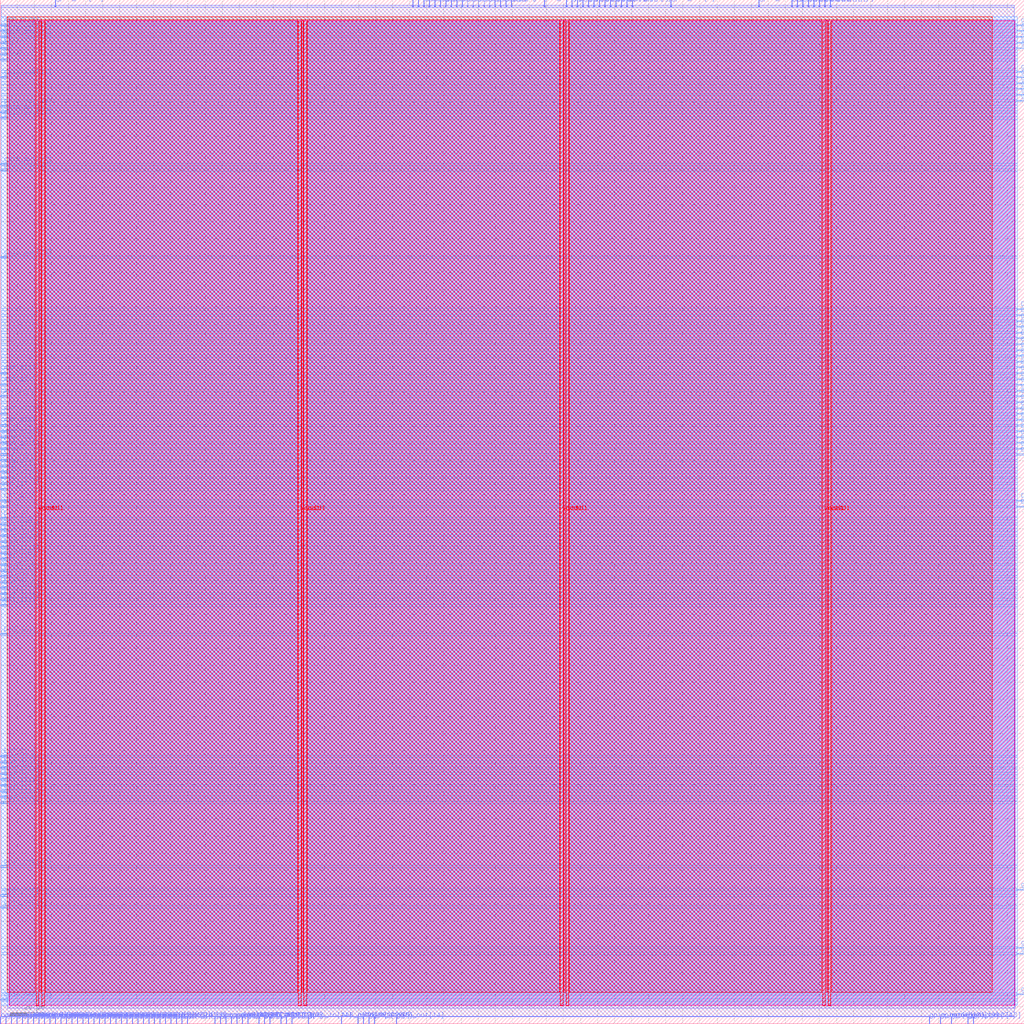
<source format=lef>
VERSION 5.7 ;
  NOWIREEXTENSIONATPIN ON ;
  DIVIDERCHAR "/" ;
  BUSBITCHARS "[]" ;
MACRO team_03
  CLASS BLOCK ;
  FOREIGN team_03 ;
  ORIGIN 0.000 0.000 ;
  SIZE 600.000 BY 600.000 ;
  PIN ACK_I
    DIRECTION INPUT ;
    USE SIGNAL ;
    ANTENNAGATEAREA 0.647700 ;
    ANTENNADIFFAREA 0.434700 ;
    PORT
      LAYER met3 ;
        RECT 0.000 312.840 4.000 313.440 ;
    END
  END ACK_I
  PIN ADR_O[0]
    DIRECTION OUTPUT ;
    USE SIGNAL ;
    ANTENNADIFFAREA 0.445500 ;
    PORT
      LAYER met3 ;
        RECT 0.000 329.840 4.000 330.440 ;
    END
  END ADR_O[0]
  PIN ADR_O[10]
    DIRECTION OUTPUT ;
    USE SIGNAL ;
    ANTENNADIFFAREA 0.445500 ;
    PORT
      LAYER met2 ;
        RECT 260.910 596.000 261.190 600.000 ;
    END
  END ADR_O[10]
  PIN ADR_O[11]
    DIRECTION OUTPUT ;
    USE SIGNAL ;
    ANTENNADIFFAREA 0.445500 ;
    PORT
      LAYER met2 ;
        RECT 251.250 596.000 251.530 600.000 ;
    END
  END ADR_O[11]
  PIN ADR_O[12]
    DIRECTION OUTPUT ;
    USE SIGNAL ;
    ANTENNADIFFAREA 0.445500 ;
    PORT
      LAYER met2 ;
        RECT 264.130 596.000 264.410 600.000 ;
    END
  END ADR_O[12]
  PIN ADR_O[13]
    DIRECTION OUTPUT ;
    USE SIGNAL ;
    ANTENNADIFFAREA 0.445500 ;
    PORT
      LAYER met2 ;
        RECT 254.470 596.000 254.750 600.000 ;
    END
  END ADR_O[13]
  PIN ADR_O[14]
    DIRECTION OUTPUT ;
    USE SIGNAL ;
    ANTENNADIFFAREA 0.445500 ;
    PORT
      LAYER met2 ;
        RECT 267.350 596.000 267.630 600.000 ;
    END
  END ADR_O[14]
  PIN ADR_O[15]
    DIRECTION OUTPUT ;
    USE SIGNAL ;
    ANTENNADIFFAREA 0.445500 ;
    PORT
      LAYER met2 ;
        RECT 257.690 596.000 257.970 600.000 ;
    END
  END ADR_O[15]
  PIN ADR_O[16]
    DIRECTION OUTPUT ;
    USE SIGNAL ;
    ANTENNADIFFAREA 0.445500 ;
    PORT
      LAYER met3 ;
        RECT 0.000 326.440 4.000 327.040 ;
    END
  END ADR_O[16]
  PIN ADR_O[17]
    DIRECTION OUTPUT ;
    USE SIGNAL ;
    ANTENNADIFFAREA 0.445500 ;
    PORT
      LAYER met3 ;
        RECT 0.000 333.240 4.000 333.840 ;
    END
  END ADR_O[17]
  PIN ADR_O[18]
    DIRECTION OUTPUT ;
    USE SIGNAL ;
    ANTENNADIFFAREA 0.445500 ;
    PORT
      LAYER met3 ;
        RECT 0.000 316.240 4.000 316.840 ;
    END
  END ADR_O[18]
  PIN ADR_O[19]
    DIRECTION OUTPUT ;
    USE SIGNAL ;
    ANTENNADIFFAREA 0.445500 ;
    PORT
      LAYER met3 ;
        RECT 0.000 336.640 4.000 337.240 ;
    END
  END ADR_O[19]
  PIN ADR_O[1]
    DIRECTION OUTPUT ;
    USE SIGNAL ;
    ANTENNADIFFAREA 0.445500 ;
    PORT
      LAYER met3 ;
        RECT 0.000 323.040 4.000 323.640 ;
    END
  END ADR_O[1]
  PIN ADR_O[20]
    DIRECTION OUTPUT ;
    USE SIGNAL ;
    ANTENNADIFFAREA 0.445500 ;
    PORT
      LAYER met3 ;
        RECT 0.000 319.640 4.000 320.240 ;
    END
  END ADR_O[20]
  PIN ADR_O[21]
    DIRECTION OUTPUT ;
    USE SIGNAL ;
    ANTENNADIFFAREA 0.445500 ;
    PORT
      LAYER met3 ;
        RECT 0.000 343.440 4.000 344.040 ;
    END
  END ADR_O[21]
  PIN ADR_O[22]
    DIRECTION OUTPUT ;
    USE SIGNAL ;
    ANTENNADIFFAREA 0.445500 ;
    PORT
      LAYER met3 ;
        RECT 0.000 357.040 4.000 357.640 ;
    END
  END ADR_O[22]
  PIN ADR_O[23]
    DIRECTION OUTPUT ;
    USE SIGNAL ;
    ANTENNADIFFAREA 0.445500 ;
    PORT
      LAYER met2 ;
        RECT 241.590 596.000 241.870 600.000 ;
    END
  END ADR_O[23]
  PIN ADR_O[24]
    DIRECTION OUTPUT ;
    USE SIGNAL ;
    ANTENNADIFFAREA 0.445500 ;
    PORT
      LAYER met2 ;
        RECT 299.550 596.000 299.830 600.000 ;
    END
  END ADR_O[24]
  PIN ADR_O[25]
    DIRECTION OUTPUT ;
    USE SIGNAL ;
    ANTENNADIFFAREA 0.445500 ;
    PORT
      LAYER met2 ;
        RECT 293.110 596.000 293.390 600.000 ;
    END
  END ADR_O[25]
  PIN ADR_O[26]
    DIRECTION OUTPUT ;
    USE SIGNAL ;
    PORT
      LAYER met2 ;
        RECT 199.730 0.000 200.010 4.000 ;
    END
  END ADR_O[26]
  PIN ADR_O[27]
    DIRECTION OUTPUT ;
    USE SIGNAL ;
    PORT
      LAYER met3 ;
        RECT 0.000 584.840 4.000 585.440 ;
    END
  END ADR_O[27]
  PIN ADR_O[28]
    DIRECTION OUTPUT ;
    USE SIGNAL ;
    ANTENNADIFFAREA 0.445500 ;
    PORT
      LAYER met2 ;
        RECT 277.010 596.000 277.290 600.000 ;
    END
  END ADR_O[28]
  PIN ADR_O[29]
    DIRECTION OUTPUT ;
    USE SIGNAL ;
    ANTENNADIFFAREA 0.445500 ;
    PORT
      LAYER met2 ;
        RECT 280.230 596.000 280.510 600.000 ;
    END
  END ADR_O[29]
  PIN ADR_O[2]
    DIRECTION OUTPUT ;
    USE SIGNAL ;
    ANTENNADIFFAREA 0.445500 ;
    PORT
      LAYER met3 ;
        RECT 0.000 340.040 4.000 340.640 ;
    END
  END ADR_O[2]
  PIN ADR_O[30]
    DIRECTION OUTPUT ;
    USE SIGNAL ;
    PORT
      LAYER met2 ;
        RECT 219.050 0.000 219.330 4.000 ;
    END
  END ADR_O[30]
  PIN ADR_O[31]
    DIRECTION OUTPUT ;
    USE SIGNAL ;
    PORT
      LAYER met2 ;
        RECT 212.610 0.000 212.890 4.000 ;
    END
  END ADR_O[31]
  PIN ADR_O[3]
    DIRECTION OUTPUT ;
    USE SIGNAL ;
    ANTENNADIFFAREA 0.445500 ;
    PORT
      LAYER met3 ;
        RECT 0.000 346.840 4.000 347.440 ;
    END
  END ADR_O[3]
  PIN ADR_O[4]
    DIRECTION OUTPUT ;
    USE SIGNAL ;
    ANTENNADIFFAREA 0.445500 ;
    PORT
      LAYER met3 ;
        RECT 0.000 374.040 4.000 374.640 ;
    END
  END ADR_O[4]
  PIN ADR_O[5]
    DIRECTION OUTPUT ;
    USE SIGNAL ;
    ANTENNADIFFAREA 0.445500 ;
    PORT
      LAYER met3 ;
        RECT 0.000 380.840 4.000 381.440 ;
    END
  END ADR_O[5]
  PIN ADR_O[6]
    DIRECTION OUTPUT ;
    USE SIGNAL ;
    ANTENNADIFFAREA 0.445500 ;
    PORT
      LAYER met3 ;
        RECT 0.000 350.240 4.000 350.840 ;
    END
  END ADR_O[6]
  PIN ADR_O[7]
    DIRECTION OUTPUT ;
    USE SIGNAL ;
    ANTENNADIFFAREA 0.445500 ;
    PORT
      LAYER met3 ;
        RECT 0.000 367.240 4.000 367.840 ;
    END
  END ADR_O[7]
  PIN ADR_O[8]
    DIRECTION OUTPUT ;
    USE SIGNAL ;
    ANTENNADIFFAREA 0.445500 ;
    PORT
      LAYER met2 ;
        RECT 248.030 596.000 248.310 600.000 ;
    END
  END ADR_O[8]
  PIN ADR_O[9]
    DIRECTION OUTPUT ;
    USE SIGNAL ;
    ANTENNADIFFAREA 0.445500 ;
    PORT
      LAYER met2 ;
        RECT 244.810 596.000 245.090 600.000 ;
    END
  END ADR_O[9]
  PIN CYC_O
    DIRECTION OUTPUT ;
    USE SIGNAL ;
    ANTENNADIFFAREA 0.445500 ;
    PORT
      LAYER met2 ;
        RECT 270.570 596.000 270.850 600.000 ;
    END
  END CYC_O
  PIN DAT_I[0]
    DIRECTION INPUT ;
    USE SIGNAL ;
    ANTENNAGATEAREA 0.631200 ;
    ANTENNADIFFAREA 0.434700 ;
    PORT
      LAYER met3 ;
        RECT 0.000 156.440 4.000 157.040 ;
    END
  END DAT_I[0]
  PIN DAT_I[10]
    DIRECTION INPUT ;
    USE SIGNAL ;
    ANTENNAGATEAREA 0.631200 ;
    ANTENNADIFFAREA 0.434700 ;
    PORT
      LAYER met2 ;
        RECT 167.530 0.000 167.810 4.000 ;
    END
  END DAT_I[10]
  PIN DAT_I[11]
    DIRECTION INPUT ;
    USE SIGNAL ;
    ANTENNAGATEAREA 0.631200 ;
    ANTENNADIFFAREA 0.434700 ;
    PORT
      LAYER met2 ;
        RECT 157.870 0.000 158.150 4.000 ;
    END
  END DAT_I[11]
  PIN DAT_I[12]
    DIRECTION INPUT ;
    USE SIGNAL ;
    ANTENNAGATEAREA 0.631200 ;
    ANTENNADIFFAREA 0.434700 ;
    PORT
      LAYER met3 ;
        RECT 0.000 275.440 4.000 276.040 ;
    END
  END DAT_I[12]
  PIN DAT_I[13]
    DIRECTION INPUT ;
    USE SIGNAL ;
    ANTENNAGATEAREA 0.631200 ;
    ANTENNADIFFAREA 0.434700 ;
    PORT
      LAYER met3 ;
        RECT 0.000 282.240 4.000 282.840 ;
    END
  END DAT_I[13]
  PIN DAT_I[14]
    DIRECTION INPUT ;
    USE SIGNAL ;
    ANTENNAGATEAREA 0.631200 ;
    ANTENNADIFFAREA 0.434700 ;
    PORT
      LAYER met3 ;
        RECT 0.000 248.240 4.000 248.840 ;
    END
  END DAT_I[14]
  PIN DAT_I[15]
    DIRECTION INPUT ;
    USE SIGNAL ;
    ANTENNAGATEAREA 0.631200 ;
    ANTENNADIFFAREA 0.434700 ;
    PORT
      LAYER met2 ;
        RECT 151.430 0.000 151.710 4.000 ;
    END
  END DAT_I[15]
  PIN DAT_I[16]
    DIRECTION INPUT ;
    USE SIGNAL ;
    ANTENNAGATEAREA 0.631200 ;
    ANTENNADIFFAREA 0.434700 ;
    PORT
      LAYER met2 ;
        RECT 141.770 0.000 142.050 4.000 ;
    END
  END DAT_I[16]
  PIN DAT_I[17]
    DIRECTION INPUT ;
    USE SIGNAL ;
    ANTENNAGATEAREA 0.631200 ;
    ANTENNADIFFAREA 0.434700 ;
    PORT
      LAYER met3 ;
        RECT 0.000 139.440 4.000 140.040 ;
    END
  END DAT_I[17]
  PIN DAT_I[18]
    DIRECTION INPUT ;
    USE SIGNAL ;
    ANTENNAGATEAREA 0.631200 ;
    ANTENNADIFFAREA 0.434700 ;
    PORT
      LAYER met3 ;
        RECT 0.000 129.240 4.000 129.840 ;
    END
  END DAT_I[18]
  PIN DAT_I[19]
    DIRECTION INPUT ;
    USE SIGNAL ;
    ANTENNAGATEAREA 0.631200 ;
    ANTENNADIFFAREA 0.434700 ;
    PORT
      LAYER met3 ;
        RECT 0.000 153.040 4.000 153.640 ;
    END
  END DAT_I[19]
  PIN DAT_I[1]
    DIRECTION INPUT ;
    USE SIGNAL ;
    ANTENNAGATEAREA 0.631200 ;
    ANTENNADIFFAREA 0.434700 ;
    PORT
      LAYER met3 ;
        RECT 0.000 227.840 4.000 228.440 ;
    END
  END DAT_I[1]
  PIN DAT_I[20]
    DIRECTION INPUT ;
    USE SIGNAL ;
    ANTENNAGATEAREA 0.631200 ;
    ANTENNADIFFAREA 0.434700 ;
    PORT
      LAYER met3 ;
        RECT 0.000 142.840 4.000 143.440 ;
    END
  END DAT_I[20]
  PIN DAT_I[21]
    DIRECTION INPUT ;
    USE SIGNAL ;
    ANTENNAGATEAREA 0.631200 ;
    ANTENNADIFFAREA 0.434700 ;
    PORT
      LAYER met3 ;
        RECT 0.000 149.640 4.000 150.240 ;
    END
  END DAT_I[21]
  PIN DAT_I[22]
    DIRECTION INPUT ;
    USE SIGNAL ;
    ANTENNAGATEAREA 0.631200 ;
    ANTENNADIFFAREA 0.434700 ;
    PORT
      LAYER met3 ;
        RECT 0.000 136.040 4.000 136.640 ;
    END
  END DAT_I[22]
  PIN DAT_I[23]
    DIRECTION INPUT ;
    USE SIGNAL ;
    ANTENNAGATEAREA 0.631200 ;
    ANTENNADIFFAREA 0.434700 ;
    PORT
      LAYER met3 ;
        RECT 0.000 146.240 4.000 146.840 ;
    END
  END DAT_I[23]
  PIN DAT_I[24]
    DIRECTION INPUT ;
    USE SIGNAL ;
    ANTENNAGATEAREA 0.631200 ;
    ANTENNADIFFAREA 0.434700 ;
    PORT
      LAYER met3 ;
        RECT 0.000 132.640 4.000 133.240 ;
    END
  END DAT_I[24]
  PIN DAT_I[25]
    DIRECTION INPUT ;
    USE SIGNAL ;
    ANTENNAGATEAREA 0.631200 ;
    ANTENNADIFFAREA 0.434700 ;
    PORT
      LAYER met3 ;
        RECT 0.000 285.640 4.000 286.240 ;
    END
  END DAT_I[25]
  PIN DAT_I[26]
    DIRECTION INPUT ;
    USE SIGNAL ;
    ANTENNAGATEAREA 0.631200 ;
    ANTENNADIFFAREA 0.434700 ;
    PORT
      LAYER met3 ;
        RECT 0.000 289.040 4.000 289.640 ;
    END
  END DAT_I[26]
  PIN DAT_I[27]
    DIRECTION INPUT ;
    USE SIGNAL ;
    ANTENNAGATEAREA 0.631200 ;
    ANTENNADIFFAREA 0.434700 ;
    PORT
      LAYER met3 ;
        RECT 0.000 251.640 4.000 252.240 ;
    END
  END DAT_I[27]
  PIN DAT_I[28]
    DIRECTION INPUT ;
    USE SIGNAL ;
    ANTENNAGATEAREA 0.631200 ;
    ANTENNADIFFAREA 0.434700 ;
    PORT
      LAYER met3 ;
        RECT 0.000 265.240 4.000 265.840 ;
    END
  END DAT_I[28]
  PIN DAT_I[29]
    DIRECTION INPUT ;
    USE SIGNAL ;
    ANTENNAGATEAREA 0.631200 ;
    ANTENNADIFFAREA 0.434700 ;
    PORT
      LAYER met3 ;
        RECT 0.000 255.040 4.000 255.640 ;
    END
  END DAT_I[29]
  PIN DAT_I[2]
    DIRECTION INPUT ;
    USE SIGNAL ;
    ANTENNAGATEAREA 0.631200 ;
    ANTENNADIFFAREA 0.434700 ;
    PORT
      LAYER met3 ;
        RECT 0.000 244.840 4.000 245.440 ;
    END
  END DAT_I[2]
  PIN DAT_I[30]
    DIRECTION INPUT ;
    USE SIGNAL ;
    ANTENNAGATEAREA 0.631200 ;
    ANTENNADIFFAREA 0.434700 ;
    PORT
      LAYER met3 ;
        RECT 0.000 292.440 4.000 293.040 ;
    END
  END DAT_I[30]
  PIN DAT_I[31]
    DIRECTION INPUT ;
    USE SIGNAL ;
    ANTENNAGATEAREA 0.631200 ;
    ANTENNADIFFAREA 0.434700 ;
    PORT
      LAYER met3 ;
        RECT 0.000 295.840 4.000 296.440 ;
    END
  END DAT_I[31]
  PIN DAT_I[3]
    DIRECTION INPUT ;
    USE SIGNAL ;
    ANTENNAGATEAREA 0.631200 ;
    ANTENNADIFFAREA 0.434700 ;
    PORT
      LAYER met3 ;
        RECT 0.000 258.440 4.000 259.040 ;
    END
  END DAT_I[3]
  PIN DAT_I[4]
    DIRECTION INPUT ;
    USE SIGNAL ;
    ANTENNAGATEAREA 0.631200 ;
    ANTENNADIFFAREA 0.434700 ;
    PORT
      LAYER met3 ;
        RECT 0.000 268.640 4.000 269.240 ;
    END
  END DAT_I[4]
  PIN DAT_I[5]
    DIRECTION INPUT ;
    USE SIGNAL ;
    ANTENNAGATEAREA 0.631200 ;
    ANTENNADIFFAREA 0.434700 ;
    PORT
      LAYER met3 ;
        RECT 0.000 278.840 4.000 279.440 ;
    END
  END DAT_I[5]
  PIN DAT_I[6]
    DIRECTION INPUT ;
    USE SIGNAL ;
    ANTENNAGATEAREA 0.631200 ;
    ANTENNADIFFAREA 0.434700 ;
    PORT
      LAYER met3 ;
        RECT 0.000 272.040 4.000 272.640 ;
    END
  END DAT_I[6]
  PIN DAT_I[7]
    DIRECTION INPUT ;
    USE SIGNAL ;
    ANTENNAGATEAREA 0.631200 ;
    ANTENNADIFFAREA 0.434700 ;
    PORT
      LAYER met3 ;
        RECT 0.000 261.840 4.000 262.440 ;
    END
  END DAT_I[7]
  PIN DAT_I[8]
    DIRECTION INPUT ;
    USE SIGNAL ;
    ANTENNAGATEAREA 0.631200 ;
    ANTENNADIFFAREA 0.434700 ;
    PORT
      LAYER met2 ;
        RECT 170.750 0.000 171.030 4.000 ;
    END
  END DAT_I[8]
  PIN DAT_I[9]
    DIRECTION INPUT ;
    USE SIGNAL ;
    ANTENNAGATEAREA 0.631200 ;
    ANTENNADIFFAREA 0.434700 ;
    PORT
      LAYER met2 ;
        RECT 164.310 0.000 164.590 4.000 ;
    END
  END DAT_I[9]
  PIN DAT_O[0]
    DIRECTION OUTPUT ;
    USE SIGNAL ;
    ANTENNADIFFAREA 0.445500 ;
    PORT
      LAYER met2 ;
        RECT 318.870 596.000 319.150 600.000 ;
    END
  END DAT_O[0]
  PIN DAT_O[10]
    DIRECTION OUTPUT ;
    USE SIGNAL ;
    ANTENNADIFFAREA 0.445500 ;
    PORT
      LAYER met3 ;
        RECT 596.000 333.240 600.000 333.840 ;
    END
  END DAT_O[10]
  PIN DAT_O[11]
    DIRECTION OUTPUT ;
    USE SIGNAL ;
    ANTENNADIFFAREA 0.445500 ;
    PORT
      LAYER met3 ;
        RECT 596.000 340.040 600.000 340.640 ;
    END
  END DAT_O[11]
  PIN DAT_O[12]
    DIRECTION OUTPUT ;
    USE SIGNAL ;
    ANTENNADIFFAREA 0.445500 ;
    PORT
      LAYER met3 ;
        RECT 596.000 336.640 600.000 337.240 ;
    END
  END DAT_O[12]
  PIN DAT_O[13]
    DIRECTION OUTPUT ;
    USE SIGNAL ;
    ANTENNADIFFAREA 0.445500 ;
    PORT
      LAYER met3 ;
        RECT 596.000 346.840 600.000 347.440 ;
    END
  END DAT_O[13]
  PIN DAT_O[14]
    DIRECTION OUTPUT ;
    USE SIGNAL ;
    ANTENNADIFFAREA 0.445500 ;
    PORT
      LAYER met2 ;
        RECT 370.390 596.000 370.670 600.000 ;
    END
  END DAT_O[14]
  PIN DAT_O[15]
    DIRECTION OUTPUT ;
    USE SIGNAL ;
    ANTENNADIFFAREA 0.445500 ;
    PORT
      LAYER met3 ;
        RECT 596.000 363.840 600.000 364.440 ;
    END
  END DAT_O[15]
  PIN DAT_O[16]
    DIRECTION OUTPUT ;
    USE SIGNAL ;
    ANTENNADIFFAREA 0.445500 ;
    PORT
      LAYER met3 ;
        RECT 596.000 380.840 600.000 381.440 ;
    END
  END DAT_O[16]
  PIN DAT_O[17]
    DIRECTION OUTPUT ;
    USE SIGNAL ;
    ANTENNADIFFAREA 0.445500 ;
    PORT
      LAYER met3 ;
        RECT 596.000 414.840 600.000 415.440 ;
    END
  END DAT_O[17]
  PIN DAT_O[18]
    DIRECTION OUTPUT ;
    USE SIGNAL ;
    ANTENNADIFFAREA 0.445500 ;
    PORT
      LAYER met3 ;
        RECT 596.000 397.840 600.000 398.440 ;
    END
  END DAT_O[18]
  PIN DAT_O[19]
    DIRECTION OUTPUT ;
    USE SIGNAL ;
    ANTENNADIFFAREA 0.445500 ;
    PORT
      LAYER met3 ;
        RECT 596.000 411.440 600.000 412.040 ;
    END
  END DAT_O[19]
  PIN DAT_O[1]
    DIRECTION OUTPUT ;
    USE SIGNAL ;
    ANTENNADIFFAREA 0.445500 ;
    PORT
      LAYER met2 ;
        RECT 331.750 596.000 332.030 600.000 ;
    END
  END DAT_O[1]
  PIN DAT_O[20]
    DIRECTION OUTPUT ;
    USE SIGNAL ;
    ANTENNADIFFAREA 0.445500 ;
    PORT
      LAYER met3 ;
        RECT 596.000 367.240 600.000 367.840 ;
    END
  END DAT_O[20]
  PIN DAT_O[21]
    DIRECTION OUTPUT ;
    USE SIGNAL ;
    ANTENNADIFFAREA 0.445500 ;
    PORT
      LAYER met3 ;
        RECT 596.000 357.040 600.000 357.640 ;
    END
  END DAT_O[21]
  PIN DAT_O[22]
    DIRECTION OUTPUT ;
    USE SIGNAL ;
    ANTENNADIFFAREA 0.445500 ;
    PORT
      LAYER met3 ;
        RECT 596.000 387.640 600.000 388.240 ;
    END
  END DAT_O[22]
  PIN DAT_O[23]
    DIRECTION OUTPUT ;
    USE SIGNAL ;
    ANTENNADIFFAREA 0.445500 ;
    PORT
      LAYER met3 ;
        RECT 596.000 394.440 600.000 395.040 ;
    END
  END DAT_O[23]
  PIN DAT_O[24]
    DIRECTION OUTPUT ;
    USE SIGNAL ;
    ANTENNADIFFAREA 0.445500 ;
    PORT
      LAYER met3 ;
        RECT 596.000 374.040 600.000 374.640 ;
    END
  END DAT_O[24]
  PIN DAT_O[25]
    DIRECTION OUTPUT ;
    USE SIGNAL ;
    ANTENNADIFFAREA 0.445500 ;
    PORT
      LAYER met3 ;
        RECT 596.000 384.240 600.000 384.840 ;
    END
  END DAT_O[25]
  PIN DAT_O[26]
    DIRECTION OUTPUT ;
    USE SIGNAL ;
    ANTENNADIFFAREA 0.445500 ;
    PORT
      LAYER met3 ;
        RECT 596.000 343.440 600.000 344.040 ;
    END
  END DAT_O[26]
  PIN DAT_O[27]
    DIRECTION OUTPUT ;
    USE SIGNAL ;
    ANTENNADIFFAREA 0.445500 ;
    PORT
      LAYER met3 ;
        RECT 596.000 418.240 600.000 418.840 ;
    END
  END DAT_O[27]
  PIN DAT_O[28]
    DIRECTION OUTPUT ;
    USE SIGNAL ;
    ANTENNADIFFAREA 0.445500 ;
    PORT
      LAYER met3 ;
        RECT 596.000 391.040 600.000 391.640 ;
    END
  END DAT_O[28]
  PIN DAT_O[29]
    DIRECTION OUTPUT ;
    USE SIGNAL ;
    ANTENNADIFFAREA 0.445500 ;
    PORT
      LAYER met3 ;
        RECT 596.000 404.640 600.000 405.240 ;
    END
  END DAT_O[29]
  PIN DAT_O[2]
    DIRECTION OUTPUT ;
    USE SIGNAL ;
    ANTENNADIFFAREA 0.445500 ;
    PORT
      LAYER met3 ;
        RECT 596.000 353.640 600.000 354.240 ;
    END
  END DAT_O[2]
  PIN DAT_O[30]
    DIRECTION OUTPUT ;
    USE SIGNAL ;
    ANTENNADIFFAREA 0.445500 ;
    PORT
      LAYER met3 ;
        RECT 596.000 408.040 600.000 408.640 ;
    END
  END DAT_O[30]
  PIN DAT_O[31]
    DIRECTION OUTPUT ;
    USE SIGNAL ;
    ANTENNADIFFAREA 0.445500 ;
    PORT
      LAYER met3 ;
        RECT 596.000 401.240 600.000 401.840 ;
    END
  END DAT_O[31]
  PIN DAT_O[3]
    DIRECTION OUTPUT ;
    USE SIGNAL ;
    ANTENNADIFFAREA 0.445500 ;
    PORT
      LAYER met3 ;
        RECT 596.000 377.440 600.000 378.040 ;
    END
  END DAT_O[3]
  PIN DAT_O[4]
    DIRECTION OUTPUT ;
    USE SIGNAL ;
    ANTENNADIFFAREA 0.445500 ;
    PORT
      LAYER met2 ;
        RECT 363.950 596.000 364.230 600.000 ;
    END
  END DAT_O[4]
  PIN DAT_O[5]
    DIRECTION OUTPUT ;
    USE SIGNAL ;
    ANTENNADIFFAREA 0.445500 ;
    PORT
      LAYER met3 ;
        RECT 0.000 306.040 4.000 306.640 ;
    END
  END DAT_O[5]
  PIN DAT_O[6]
    DIRECTION OUTPUT ;
    USE SIGNAL ;
    ANTENNADIFFAREA 0.445500 ;
    PORT
      LAYER met3 ;
        RECT 596.000 306.040 600.000 306.640 ;
    END
  END DAT_O[6]
  PIN DAT_O[7]
    DIRECTION OUTPUT ;
    USE SIGNAL ;
    ANTENNADIFFAREA 0.445500 ;
    PORT
      LAYER met3 ;
        RECT 596.000 302.640 600.000 303.240 ;
    END
  END DAT_O[7]
  PIN DAT_O[8]
    DIRECTION OUTPUT ;
    USE SIGNAL ;
    ANTENNADIFFAREA 0.445500 ;
    PORT
      LAYER met3 ;
        RECT 596.000 350.240 600.000 350.840 ;
    END
  END DAT_O[8]
  PIN DAT_O[9]
    DIRECTION OUTPUT ;
    USE SIGNAL ;
    ANTENNADIFFAREA 0.445500 ;
    PORT
      LAYER met3 ;
        RECT 596.000 360.440 600.000 361.040 ;
    END
  END DAT_O[9]
  PIN SEL_O[0]
    DIRECTION OUTPUT ;
    USE SIGNAL ;
    ANTENNADIFFAREA 0.445500 ;
    PORT
      LAYER met2 ;
        RECT 273.790 596.000 274.070 600.000 ;
    END
  END SEL_O[0]
  PIN SEL_O[1]
    DIRECTION OUTPUT ;
    USE SIGNAL ;
    ANTENNADIFFAREA 0.445500 ;
    PORT
      LAYER met2 ;
        RECT 283.450 596.000 283.730 600.000 ;
    END
  END SEL_O[1]
  PIN SEL_O[2]
    DIRECTION OUTPUT ;
    USE SIGNAL ;
    ANTENNADIFFAREA 0.445500 ;
    PORT
      LAYER met2 ;
        RECT 286.670 596.000 286.950 600.000 ;
    END
  END SEL_O[2]
  PIN SEL_O[3]
    DIRECTION OUTPUT ;
    USE SIGNAL ;
    ANTENNADIFFAREA 0.445500 ;
    PORT
      LAYER met2 ;
        RECT 289.890 596.000 290.170 600.000 ;
    END
  END SEL_O[3]
  PIN STB_O
    DIRECTION OUTPUT ;
    USE SIGNAL ;
    ANTENNADIFFAREA 0.445500 ;
    PORT
      LAYER met2 ;
        RECT 296.330 596.000 296.610 600.000 ;
    END
  END STB_O
  PIN WE_O
    DIRECTION OUTPUT ;
    USE SIGNAL ;
    ANTENNADIFFAREA 0.445500 ;
    PORT
      LAYER met3 ;
        RECT 0.000 302.640 4.000 303.240 ;
    END
  END WE_O
  PIN clk
    DIRECTION INPUT ;
    USE SIGNAL ;
    ANTENNAGATEAREA 1.286700 ;
    ANTENNADIFFAREA 0.434700 ;
    PORT
      LAYER met3 ;
        RECT 0.000 571.240 4.000 571.840 ;
    END
  END clk
  PIN en
    DIRECTION INPUT ;
    USE SIGNAL ;
    ANTENNAGATEAREA 0.631200 ;
    ANTENNADIFFAREA 0.434700 ;
    PORT
      LAYER met3 ;
        RECT 0.000 567.840 4.000 568.440 ;
    END
  END en
  PIN gpio_in[0]
    DIRECTION INPUT ;
    USE SIGNAL ;
    PORT
      LAYER met2 ;
        RECT 9.750 0.000 10.030 4.000 ;
    END
  END gpio_in[0]
  PIN gpio_in[10]
    DIRECTION INPUT ;
    USE SIGNAL ;
    PORT
      LAYER met2 ;
        RECT 3.310 0.000 3.590 4.000 ;
    END
  END gpio_in[10]
  PIN gpio_in[11]
    DIRECTION INPUT ;
    USE SIGNAL ;
    PORT
      LAYER met2 ;
        RECT 6.530 0.000 6.810 4.000 ;
    END
  END gpio_in[11]
  PIN gpio_in[12]
    DIRECTION INPUT ;
    USE SIGNAL ;
    PORT
      LAYER met2 ;
        RECT 25.850 0.000 26.130 4.000 ;
    END
  END gpio_in[12]
  PIN gpio_in[13]
    DIRECTION INPUT ;
    USE SIGNAL ;
    ANTENNAGATEAREA 0.631200 ;
    ANTENNADIFFAREA 0.434700 ;
    PORT
      LAYER met2 ;
        RECT 125.670 0.000 125.950 4.000 ;
    END
  END gpio_in[13]
  PIN gpio_in[14]
    DIRECTION INPUT ;
    USE SIGNAL ;
    ANTENNAGATEAREA 0.631200 ;
    ANTENNADIFFAREA 0.434700 ;
    PORT
      LAYER met2 ;
        RECT 180.410 0.000 180.690 4.000 ;
    END
  END gpio_in[14]
  PIN gpio_in[15]
    DIRECTION INPUT ;
    USE SIGNAL ;
    PORT
      LAYER met2 ;
        RECT 12.970 0.000 13.250 4.000 ;
    END
  END gpio_in[15]
  PIN gpio_in[16]
    DIRECTION INPUT ;
    USE SIGNAL ;
    PORT
      LAYER met2 ;
        RECT 0.090 0.000 0.370 4.000 ;
    END
  END gpio_in[16]
  PIN gpio_in[17]
    DIRECTION INPUT ;
    USE SIGNAL ;
    PORT
      LAYER met2 ;
        RECT 48.390 0.000 48.670 4.000 ;
    END
  END gpio_in[17]
  PIN gpio_in[18]
    DIRECTION INPUT ;
    USE SIGNAL ;
    PORT
      LAYER met2 ;
        RECT 22.630 0.000 22.910 4.000 ;
    END
  END gpio_in[18]
  PIN gpio_in[19]
    DIRECTION INPUT ;
    USE SIGNAL ;
    PORT
      LAYER met2 ;
        RECT 45.170 0.000 45.450 4.000 ;
    END
  END gpio_in[19]
  PIN gpio_in[1]
    DIRECTION INPUT ;
    USE SIGNAL ;
    PORT
      LAYER met2 ;
        RECT 29.070 0.000 29.350 4.000 ;
    END
  END gpio_in[1]
  PIN gpio_in[20]
    DIRECTION INPUT ;
    USE SIGNAL ;
    PORT
      LAYER met2 ;
        RECT 32.290 0.000 32.570 4.000 ;
    END
  END gpio_in[20]
  PIN gpio_in[21]
    DIRECTION INPUT ;
    USE SIGNAL ;
    PORT
      LAYER met2 ;
        RECT 35.510 0.000 35.790 4.000 ;
    END
  END gpio_in[21]
  PIN gpio_in[22]
    DIRECTION INPUT ;
    USE SIGNAL ;
    PORT
      LAYER met2 ;
        RECT 64.490 0.000 64.770 4.000 ;
    END
  END gpio_in[22]
  PIN gpio_in[23]
    DIRECTION INPUT ;
    USE SIGNAL ;
    PORT
      LAYER met2 ;
        RECT 41.950 0.000 42.230 4.000 ;
    END
  END gpio_in[23]
  PIN gpio_in[24]
    DIRECTION INPUT ;
    USE SIGNAL ;
    PORT
      LAYER met2 ;
        RECT 70.930 0.000 71.210 4.000 ;
    END
  END gpio_in[24]
  PIN gpio_in[25]
    DIRECTION INPUT ;
    USE SIGNAL ;
    PORT
      LAYER met2 ;
        RECT 77.370 0.000 77.650 4.000 ;
    END
  END gpio_in[25]
  PIN gpio_in[26]
    DIRECTION INPUT ;
    USE SIGNAL ;
    PORT
      LAYER met2 ;
        RECT 51.610 0.000 51.890 4.000 ;
    END
  END gpio_in[26]
  PIN gpio_in[27]
    DIRECTION INPUT ;
    USE SIGNAL ;
    PORT
      LAYER met2 ;
        RECT 54.830 0.000 55.110 4.000 ;
    END
  END gpio_in[27]
  PIN gpio_in[28]
    DIRECTION INPUT ;
    USE SIGNAL ;
    PORT
      LAYER met2 ;
        RECT 58.050 0.000 58.330 4.000 ;
    END
  END gpio_in[28]
  PIN gpio_in[29]
    DIRECTION INPUT ;
    USE SIGNAL ;
    PORT
      LAYER met2 ;
        RECT 61.270 0.000 61.550 4.000 ;
    END
  END gpio_in[29]
  PIN gpio_in[2]
    DIRECTION INPUT ;
    USE SIGNAL ;
    PORT
      LAYER met2 ;
        RECT 83.810 0.000 84.090 4.000 ;
    END
  END gpio_in[2]
  PIN gpio_in[30]
    DIRECTION INPUT ;
    USE SIGNAL ;
    PORT
      LAYER met2 ;
        RECT 67.710 0.000 67.990 4.000 ;
    END
  END gpio_in[30]
  PIN gpio_in[31]
    DIRECTION INPUT ;
    USE SIGNAL ;
    PORT
      LAYER met2 ;
        RECT 93.470 0.000 93.750 4.000 ;
    END
  END gpio_in[31]
  PIN gpio_in[32]
    DIRECTION INPUT ;
    USE SIGNAL ;
    PORT
      LAYER met2 ;
        RECT 74.150 0.000 74.430 4.000 ;
    END
  END gpio_in[32]
  PIN gpio_in[33]
    DIRECTION INPUT ;
    USE SIGNAL ;
    PORT
      LAYER met2 ;
        RECT 106.350 0.000 106.630 4.000 ;
    END
  END gpio_in[33]
  PIN gpio_in[3]
    DIRECTION INPUT ;
    USE SIGNAL ;
    PORT
      LAYER met2 ;
        RECT 80.590 0.000 80.870 4.000 ;
    END
  END gpio_in[3]
  PIN gpio_in[4]
    DIRECTION INPUT ;
    USE SIGNAL ;
    PORT
      LAYER met2 ;
        RECT 103.130 0.000 103.410 4.000 ;
    END
  END gpio_in[4]
  PIN gpio_in[5]
    DIRECTION INPUT ;
    USE SIGNAL ;
    PORT
      LAYER met2 ;
        RECT 87.030 0.000 87.310 4.000 ;
    END
  END gpio_in[5]
  PIN gpio_in[6]
    DIRECTION INPUT ;
    USE SIGNAL ;
    PORT
      LAYER met2 ;
        RECT 90.250 0.000 90.530 4.000 ;
    END
  END gpio_in[6]
  PIN gpio_in[7]
    DIRECTION INPUT ;
    USE SIGNAL ;
    PORT
      LAYER met2 ;
        RECT 109.570 0.000 109.850 4.000 ;
    END
  END gpio_in[7]
  PIN gpio_in[8]
    DIRECTION INPUT ;
    USE SIGNAL ;
    PORT
      LAYER met2 ;
        RECT 96.690 0.000 96.970 4.000 ;
    END
  END gpio_in[8]
  PIN gpio_in[9]
    DIRECTION INPUT ;
    USE SIGNAL ;
    PORT
      LAYER met2 ;
        RECT 99.910 0.000 100.190 4.000 ;
    END
  END gpio_in[9]
  PIN gpio_oeb[0]
    DIRECTION OUTPUT ;
    USE SIGNAL ;
    PORT
      LAYER met3 ;
        RECT 0.000 74.840 4.000 75.440 ;
    END
  END gpio_oeb[0]
  PIN gpio_oeb[10]
    DIRECTION OUTPUT ;
    USE SIGNAL ;
    PORT
      LAYER met2 ;
        RECT 334.970 596.000 335.250 600.000 ;
    END
  END gpio_oeb[10]
  PIN gpio_oeb[11]
    DIRECTION OUTPUT ;
    USE SIGNAL ;
    PORT
      LAYER met3 ;
        RECT 596.000 584.840 600.000 585.440 ;
    END
  END gpio_oeb[11]
  PIN gpio_oeb[12]
    DIRECTION OUTPUT ;
    USE SIGNAL ;
    PORT
      LAYER met3 ;
        RECT 596.000 540.640 600.000 541.240 ;
    END
  END gpio_oeb[12]
  PIN gpio_oeb[13]
    DIRECTION OUTPUT ;
    USE SIGNAL ;
    PORT
      LAYER met2 ;
        RECT 19.410 0.000 19.690 4.000 ;
    END
  END gpio_oeb[13]
  PIN gpio_oeb[14]
    DIRECTION OUTPUT ;
    USE SIGNAL ;
    PORT
      LAYER met3 ;
        RECT 596.000 557.640 600.000 558.240 ;
    END
  END gpio_oeb[14]
  PIN gpio_oeb[15]
    DIRECTION OUTPUT ;
    USE SIGNAL ;
    PORT
      LAYER met3 ;
        RECT 0.000 581.440 4.000 582.040 ;
    END
  END gpio_oeb[15]
  PIN gpio_oeb[16]
    DIRECTION OUTPUT ;
    USE SIGNAL ;
    PORT
      LAYER met2 ;
        RECT 347.850 596.000 348.130 600.000 ;
    END
  END gpio_oeb[16]
  PIN gpio_oeb[17]
    DIRECTION OUTPUT ;
    USE SIGNAL ;
    PORT
      LAYER met3 ;
        RECT 0.000 554.240 4.000 554.840 ;
    END
  END gpio_oeb[17]
  PIN gpio_oeb[18]
    DIRECTION OUTPUT ;
    USE SIGNAL ;
    PORT
      LAYER met3 ;
        RECT 596.000 44.240 600.000 44.840 ;
    END
  END gpio_oeb[18]
  PIN gpio_oeb[19]
    DIRECTION OUTPUT ;
    USE SIGNAL ;
    PORT
      LAYER met2 ;
        RECT 557.150 0.000 557.430 4.000 ;
    END
  END gpio_oeb[19]
  PIN gpio_oeb[1]
    DIRECTION OUTPUT ;
    USE SIGNAL ;
    PORT
      LAYER met3 ;
        RECT 596.000 547.440 600.000 548.040 ;
    END
  END gpio_oeb[1]
  PIN gpio_oeb[20]
    DIRECTION OUTPUT ;
    USE SIGNAL ;
    PORT
      LAYER met3 ;
        RECT 596.000 17.040 600.000 17.640 ;
    END
  END gpio_oeb[20]
  PIN gpio_oeb[21]
    DIRECTION OUTPUT ;
    USE SIGNAL ;
    PORT
      LAYER met3 ;
        RECT 0.000 578.040 4.000 578.640 ;
    END
  END gpio_oeb[21]
  PIN gpio_oeb[22]
    DIRECTION OUTPUT ;
    USE SIGNAL ;
    PORT
      LAYER met3 ;
        RECT 0.000 13.640 4.000 14.240 ;
    END
  END gpio_oeb[22]
  PIN gpio_oeb[23]
    DIRECTION OUTPUT ;
    USE SIGNAL ;
    PORT
      LAYER met2 ;
        RECT 132.110 0.000 132.390 4.000 ;
    END
  END gpio_oeb[23]
  PIN gpio_oeb[24]
    DIRECTION OUTPUT ;
    USE SIGNAL ;
    PORT
      LAYER met2 ;
        RECT 566.810 0.000 567.090 4.000 ;
    END
  END gpio_oeb[24]
  PIN gpio_oeb[25]
    DIRECTION OUTPUT ;
    USE SIGNAL ;
    PORT
      LAYER met3 ;
        RECT 0.000 448.840 4.000 449.440 ;
    END
  END gpio_oeb[25]
  PIN gpio_oeb[26]
    DIRECTION OUTPUT ;
    USE SIGNAL ;
    PORT
      LAYER met2 ;
        RECT 338.190 596.000 338.470 600.000 ;
    END
  END gpio_oeb[26]
  PIN gpio_oeb[27]
    DIRECTION OUTPUT ;
    USE SIGNAL ;
    PORT
      LAYER met2 ;
        RECT 351.070 596.000 351.350 600.000 ;
    END
  END gpio_oeb[27]
  PIN gpio_oeb[28]
    DIRECTION OUTPUT ;
    USE SIGNAL ;
    PORT
      LAYER met3 ;
        RECT 0.000 91.840 4.000 92.440 ;
    END
  END gpio_oeb[28]
  PIN gpio_oeb[29]
    DIRECTION OUTPUT ;
    USE SIGNAL ;
    PORT
      LAYER met2 ;
        RECT 357.510 596.000 357.790 600.000 ;
    END
  END gpio_oeb[29]
  PIN gpio_oeb[2]
    DIRECTION OUTPUT ;
    USE SIGNAL ;
    PORT
      LAYER met2 ;
        RECT 344.630 596.000 344.910 600.000 ;
    END
  END gpio_oeb[2]
  PIN gpio_oeb[30]
    DIRECTION OUTPUT ;
    USE SIGNAL ;
    PORT
      LAYER met2 ;
        RECT 360.730 596.000 361.010 600.000 ;
    END
  END gpio_oeb[30]
  PIN gpio_oeb[31]
    DIRECTION OUTPUT ;
    USE SIGNAL ;
    PORT
      LAYER met2 ;
        RECT 38.730 0.000 39.010 4.000 ;
    END
  END gpio_oeb[31]
  PIN gpio_oeb[32]
    DIRECTION OUTPUT ;
    USE SIGNAL ;
    PORT
      LAYER met3 ;
        RECT 596.000 554.240 600.000 554.840 ;
    END
  END gpio_oeb[32]
  PIN gpio_oeb[33]
    DIRECTION OUTPUT ;
    USE SIGNAL ;
    PORT
      LAYER met2 ;
        RECT 32.290 596.000 32.570 600.000 ;
    END
  END gpio_oeb[33]
  PIN gpio_oeb[3]
    DIRECTION OUTPUT ;
    USE SIGNAL ;
    PORT
      LAYER met2 ;
        RECT 550.710 0.000 550.990 4.000 ;
    END
  END gpio_oeb[3]
  PIN gpio_oeb[4]
    DIRECTION OUTPUT ;
    USE SIGNAL ;
    PORT
      LAYER met2 ;
        RECT 16.190 0.000 16.470 4.000 ;
    END
  END gpio_oeb[4]
  PIN gpio_oeb[5]
    DIRECTION OUTPUT ;
    USE SIGNAL ;
    PORT
      LAYER met3 ;
        RECT 0.000 68.040 4.000 68.640 ;
    END
  END gpio_oeb[5]
  PIN gpio_oeb[6]
    DIRECTION OUTPUT ;
    USE SIGNAL ;
    PORT
      LAYER met2 ;
        RECT 215.830 0.000 216.110 4.000 ;
    END
  END gpio_oeb[6]
  PIN gpio_oeb[7]
    DIRECTION OUTPUT ;
    USE SIGNAL ;
    PORT
      LAYER met2 ;
        RECT 367.170 596.000 367.450 600.000 ;
    END
  END gpio_oeb[7]
  PIN gpio_oeb[8]
    DIRECTION OUTPUT ;
    USE SIGNAL ;
    PORT
      LAYER met2 ;
        RECT 138.550 0.000 138.830 4.000 ;
    END
  END gpio_oeb[8]
  PIN gpio_oeb[9]
    DIRECTION OUTPUT ;
    USE SIGNAL ;
    PORT
      LAYER met3 ;
        RECT 596.000 544.040 600.000 544.640 ;
    END
  END gpio_oeb[9]
  PIN gpio_out[0]
    DIRECTION OUTPUT ;
    USE SIGNAL ;
    PORT
      LAYER met2 ;
        RECT 544.270 0.000 544.550 4.000 ;
    END
  END gpio_out[0]
  PIN gpio_out[10]
    DIRECTION OUTPUT ;
    USE SIGNAL ;
    ANTENNADIFFAREA 0.445500 ;
    PORT
      LAYER met2 ;
        RECT 463.770 596.000 464.050 600.000 ;
    END
  END gpio_out[10]
  PIN gpio_out[11]
    DIRECTION OUTPUT ;
    USE SIGNAL ;
    ANTENNADIFFAREA 0.445500 ;
    PORT
      LAYER met2 ;
        RECT 128.890 0.000 129.170 4.000 ;
    END
  END gpio_out[11]
  PIN gpio_out[12]
    DIRECTION OUTPUT ;
    USE SIGNAL ;
    ANTENNADIFFAREA 0.445500 ;
    PORT
      LAYER met2 ;
        RECT 154.650 0.000 154.930 4.000 ;
    END
  END gpio_out[12]
  PIN gpio_out[13]
    DIRECTION OUTPUT ;
    USE SIGNAL ;
    PORT
      LAYER met2 ;
        RECT 570.030 0.000 570.310 4.000 ;
    END
  END gpio_out[13]
  PIN gpio_out[14]
    DIRECTION OUTPUT ;
    USE SIGNAL ;
    PORT
      LAYER met2 ;
        RECT 231.930 0.000 232.210 4.000 ;
    END
  END gpio_out[14]
  PIN gpio_out[15]
    DIRECTION OUTPUT ;
    USE SIGNAL ;
    PORT
      LAYER met2 ;
        RECT 144.990 0.000 145.270 4.000 ;
    END
  END gpio_out[15]
  PIN gpio_out[16]
    DIRECTION OUTPUT ;
    USE SIGNAL ;
    PORT
      LAYER met3 ;
        RECT 0.000 574.640 4.000 575.240 ;
    END
  END gpio_out[16]
  PIN gpio_out[17]
    DIRECTION OUTPUT ;
    USE SIGNAL ;
    PORT
      LAYER met3 ;
        RECT 0.000 530.440 4.000 531.040 ;
    END
  END gpio_out[17]
  PIN gpio_out[18]
    DIRECTION OUTPUT ;
    USE SIGNAL ;
    PORT
      LAYER met3 ;
        RECT 596.000 581.440 600.000 582.040 ;
    END
  END gpio_out[18]
  PIN gpio_out[19]
    DIRECTION OUTPUT ;
    USE SIGNAL ;
    PORT
      LAYER met2 ;
        RECT 209.390 0.000 209.670 4.000 ;
    END
  END gpio_out[19]
  PIN gpio_out[1]
    DIRECTION OUTPUT ;
    USE SIGNAL ;
    ANTENNADIFFAREA 0.445500 ;
    PORT
      LAYER met2 ;
        RECT 444.450 596.000 444.730 600.000 ;
    END
  END gpio_out[1]
  PIN gpio_out[20]
    DIRECTION OUTPUT ;
    USE SIGNAL ;
    PORT
      LAYER met3 ;
        RECT 596.000 550.840 600.000 551.440 ;
    END
  END gpio_out[20]
  PIN gpio_out[21]
    DIRECTION OUTPUT ;
    USE SIGNAL ;
    PORT
      LAYER met2 ;
        RECT 135.330 0.000 135.610 4.000 ;
    END
  END gpio_out[21]
  PIN gpio_out[22]
    DIRECTION OUTPUT ;
    USE SIGNAL ;
    PORT
      LAYER met2 ;
        RECT 354.290 596.000 354.570 600.000 ;
    END
  END gpio_out[22]
  PIN gpio_out[23]
    DIRECTION OUTPUT ;
    USE SIGNAL ;
    PORT
      LAYER met3 ;
        RECT 596.000 571.240 600.000 571.840 ;
    END
  END gpio_out[23]
  PIN gpio_out[24]
    DIRECTION OUTPUT ;
    USE SIGNAL ;
    PORT
      LAYER met3 ;
        RECT 596.000 40.840 600.000 41.440 ;
    END
  END gpio_out[24]
  PIN gpio_out[25]
    DIRECTION OUTPUT ;
    USE SIGNAL ;
    PORT
      LAYER met3 ;
        RECT 0.000 499.840 4.000 500.440 ;
    END
  END gpio_out[25]
  PIN gpio_out[26]
    DIRECTION OUTPUT ;
    USE SIGNAL ;
    PORT
      LAYER met3 ;
        RECT 596.000 78.240 600.000 78.840 ;
    END
  END gpio_out[26]
  PIN gpio_out[27]
    DIRECTION OUTPUT ;
    USE SIGNAL ;
    PORT
      LAYER met2 ;
        RECT 341.410 596.000 341.690 600.000 ;
    END
  END gpio_out[27]
  PIN gpio_out[28]
    DIRECTION OUTPUT ;
    USE SIGNAL ;
    PORT
      LAYER met3 ;
        RECT 0.000 533.840 4.000 534.440 ;
    END
  END gpio_out[28]
  PIN gpio_out[29]
    DIRECTION OUTPUT ;
    USE SIGNAL ;
    PORT
      LAYER met3 ;
        RECT 0.000 537.240 4.000 537.840 ;
    END
  END gpio_out[29]
  PIN gpio_out[2]
    DIRECTION OUTPUT ;
    USE SIGNAL ;
    ANTENNADIFFAREA 0.445500 ;
    PORT
      LAYER met2 ;
        RECT 392.930 596.000 393.210 600.000 ;
    END
  END gpio_out[2]
  PIN gpio_out[30]
    DIRECTION OUTPUT ;
    USE SIGNAL ;
    PORT
      LAYER met3 ;
        RECT 596.000 370.640 600.000 371.240 ;
    END
  END gpio_out[30]
  PIN gpio_out[31]
    DIRECTION OUTPUT ;
    USE SIGNAL ;
    PORT
      LAYER met3 ;
        RECT 0.000 503.240 4.000 503.840 ;
    END
  END gpio_out[31]
  PIN gpio_out[32]
    DIRECTION OUTPUT ;
    USE SIGNAL ;
    PORT
      LAYER met3 ;
        RECT 596.000 574.640 600.000 575.240 ;
    END
  END gpio_out[32]
  PIN gpio_out[33]
    DIRECTION OUTPUT ;
    USE SIGNAL ;
    PORT
      LAYER met3 ;
        RECT 596.000 578.040 600.000 578.640 ;
    END
  END gpio_out[33]
  PIN gpio_out[3]
    DIRECTION OUTPUT ;
    USE SIGNAL ;
    ANTENNADIFFAREA 0.445500 ;
    PORT
      LAYER met2 ;
        RECT 486.310 596.000 486.590 600.000 ;
    END
  END gpio_out[3]
  PIN gpio_out[4]
    DIRECTION OUTPUT ;
    USE SIGNAL ;
    ANTENNADIFFAREA 0.445500 ;
    PORT
      LAYER met2 ;
        RECT 483.090 596.000 483.370 600.000 ;
    END
  END gpio_out[4]
  PIN gpio_out[5]
    DIRECTION OUTPUT ;
    USE SIGNAL ;
    ANTENNADIFFAREA 0.445500 ;
    PORT
      LAYER met2 ;
        RECT 470.210 596.000 470.490 600.000 ;
    END
  END gpio_out[5]
  PIN gpio_out[6]
    DIRECTION OUTPUT ;
    USE SIGNAL ;
    ANTENNADIFFAREA 0.445500 ;
    PORT
      LAYER met2 ;
        RECT 479.870 596.000 480.150 600.000 ;
    END
  END gpio_out[6]
  PIN gpio_out[7]
    DIRECTION OUTPUT ;
    USE SIGNAL ;
    ANTENNADIFFAREA 0.445500 ;
    PORT
      LAYER met2 ;
        RECT 476.650 596.000 476.930 600.000 ;
    END
  END gpio_out[7]
  PIN gpio_out[8]
    DIRECTION OUTPUT ;
    USE SIGNAL ;
    ANTENNADIFFAREA 0.445500 ;
    PORT
      LAYER met2 ;
        RECT 473.430 596.000 473.710 600.000 ;
    END
  END gpio_out[8]
  PIN gpio_out[9]
    DIRECTION OUTPUT ;
    USE SIGNAL ;
    ANTENNADIFFAREA 0.445500 ;
    PORT
      LAYER met2 ;
        RECT 466.990 596.000 467.270 600.000 ;
    END
  END gpio_out[9]
  PIN nrst
    DIRECTION INPUT ;
    USE SIGNAL ;
    ANTENNAGATEAREA 0.631200 ;
    ANTENNADIFFAREA 0.434700 ;
    PORT
      LAYER met3 ;
        RECT 0.000 564.440 4.000 565.040 ;
    END
  END nrst
  PIN vccd1
    DIRECTION INOUT ;
    USE POWER ;
    PORT
      LAYER met4 ;
        RECT 21.040 10.640 22.640 587.760 ;
    END
    PORT
      LAYER met4 ;
        RECT 174.640 10.640 176.240 587.760 ;
    END
    PORT
      LAYER met4 ;
        RECT 328.240 10.640 329.840 587.760 ;
    END
    PORT
      LAYER met4 ;
        RECT 481.840 10.640 483.440 587.760 ;
    END
  END vccd1
  PIN vssd1
    DIRECTION INOUT ;
    USE GROUND ;
    PORT
      LAYER met4 ;
        RECT 24.340 10.640 25.940 587.760 ;
    END
    PORT
      LAYER met4 ;
        RECT 177.940 10.640 179.540 587.760 ;
    END
    PORT
      LAYER met4 ;
        RECT 331.540 10.640 333.140 587.760 ;
    END
    PORT
      LAYER met4 ;
        RECT 485.140 10.640 486.740 587.760 ;
    END
  END vssd1
  OBS
      LAYER nwell ;
        RECT 5.330 10.760 594.510 587.640 ;
      LAYER li1 ;
        RECT 5.520 10.795 594.320 587.605 ;
      LAYER met1 ;
        RECT 4.210 9.220 594.620 588.160 ;
      LAYER met2 ;
        RECT 0.550 595.720 32.010 596.770 ;
        RECT 32.850 595.720 241.310 596.770 ;
        RECT 242.150 595.720 244.530 596.770 ;
        RECT 245.370 595.720 247.750 596.770 ;
        RECT 248.590 595.720 250.970 596.770 ;
        RECT 251.810 595.720 254.190 596.770 ;
        RECT 255.030 595.720 257.410 596.770 ;
        RECT 258.250 595.720 260.630 596.770 ;
        RECT 261.470 595.720 263.850 596.770 ;
        RECT 264.690 595.720 267.070 596.770 ;
        RECT 267.910 595.720 270.290 596.770 ;
        RECT 271.130 595.720 273.510 596.770 ;
        RECT 274.350 595.720 276.730 596.770 ;
        RECT 277.570 595.720 279.950 596.770 ;
        RECT 280.790 595.720 283.170 596.770 ;
        RECT 284.010 595.720 286.390 596.770 ;
        RECT 287.230 595.720 289.610 596.770 ;
        RECT 290.450 595.720 292.830 596.770 ;
        RECT 293.670 595.720 296.050 596.770 ;
        RECT 296.890 595.720 299.270 596.770 ;
        RECT 300.110 595.720 318.590 596.770 ;
        RECT 319.430 595.720 331.470 596.770 ;
        RECT 332.310 595.720 334.690 596.770 ;
        RECT 335.530 595.720 337.910 596.770 ;
        RECT 338.750 595.720 341.130 596.770 ;
        RECT 341.970 595.720 344.350 596.770 ;
        RECT 345.190 595.720 347.570 596.770 ;
        RECT 348.410 595.720 350.790 596.770 ;
        RECT 351.630 595.720 354.010 596.770 ;
        RECT 354.850 595.720 357.230 596.770 ;
        RECT 358.070 595.720 360.450 596.770 ;
        RECT 361.290 595.720 363.670 596.770 ;
        RECT 364.510 595.720 366.890 596.770 ;
        RECT 367.730 595.720 370.110 596.770 ;
        RECT 370.950 595.720 392.650 596.770 ;
        RECT 393.490 595.720 444.170 596.770 ;
        RECT 445.010 595.720 463.490 596.770 ;
        RECT 464.330 595.720 466.710 596.770 ;
        RECT 467.550 595.720 469.930 596.770 ;
        RECT 470.770 595.720 473.150 596.770 ;
        RECT 473.990 595.720 476.370 596.770 ;
        RECT 477.210 595.720 479.590 596.770 ;
        RECT 480.430 595.720 482.810 596.770 ;
        RECT 483.650 595.720 486.030 596.770 ;
        RECT 486.870 595.720 594.220 596.770 ;
        RECT 0.550 4.280 594.220 595.720 ;
        RECT 0.650 4.000 3.030 4.280 ;
        RECT 3.870 4.000 6.250 4.280 ;
        RECT 7.090 4.000 9.470 4.280 ;
        RECT 10.310 4.000 12.690 4.280 ;
        RECT 13.530 4.000 15.910 4.280 ;
        RECT 16.750 4.000 19.130 4.280 ;
        RECT 19.970 4.000 22.350 4.280 ;
        RECT 23.190 4.000 25.570 4.280 ;
        RECT 26.410 4.000 28.790 4.280 ;
        RECT 29.630 4.000 32.010 4.280 ;
        RECT 32.850 4.000 35.230 4.280 ;
        RECT 36.070 4.000 38.450 4.280 ;
        RECT 39.290 4.000 41.670 4.280 ;
        RECT 42.510 4.000 44.890 4.280 ;
        RECT 45.730 4.000 48.110 4.280 ;
        RECT 48.950 4.000 51.330 4.280 ;
        RECT 52.170 4.000 54.550 4.280 ;
        RECT 55.390 4.000 57.770 4.280 ;
        RECT 58.610 4.000 60.990 4.280 ;
        RECT 61.830 4.000 64.210 4.280 ;
        RECT 65.050 4.000 67.430 4.280 ;
        RECT 68.270 4.000 70.650 4.280 ;
        RECT 71.490 4.000 73.870 4.280 ;
        RECT 74.710 4.000 77.090 4.280 ;
        RECT 77.930 4.000 80.310 4.280 ;
        RECT 81.150 4.000 83.530 4.280 ;
        RECT 84.370 4.000 86.750 4.280 ;
        RECT 87.590 4.000 89.970 4.280 ;
        RECT 90.810 4.000 93.190 4.280 ;
        RECT 94.030 4.000 96.410 4.280 ;
        RECT 97.250 4.000 99.630 4.280 ;
        RECT 100.470 4.000 102.850 4.280 ;
        RECT 103.690 4.000 106.070 4.280 ;
        RECT 106.910 4.000 109.290 4.280 ;
        RECT 110.130 4.000 125.390 4.280 ;
        RECT 126.230 4.000 128.610 4.280 ;
        RECT 129.450 4.000 131.830 4.280 ;
        RECT 132.670 4.000 135.050 4.280 ;
        RECT 135.890 4.000 138.270 4.280 ;
        RECT 139.110 4.000 141.490 4.280 ;
        RECT 142.330 4.000 144.710 4.280 ;
        RECT 145.550 4.000 151.150 4.280 ;
        RECT 151.990 4.000 154.370 4.280 ;
        RECT 155.210 4.000 157.590 4.280 ;
        RECT 158.430 4.000 164.030 4.280 ;
        RECT 164.870 4.000 167.250 4.280 ;
        RECT 168.090 4.000 170.470 4.280 ;
        RECT 171.310 4.000 180.130 4.280 ;
        RECT 180.970 4.000 199.450 4.280 ;
        RECT 200.290 4.000 209.110 4.280 ;
        RECT 209.950 4.000 212.330 4.280 ;
        RECT 213.170 4.000 215.550 4.280 ;
        RECT 216.390 4.000 218.770 4.280 ;
        RECT 219.610 4.000 231.650 4.280 ;
        RECT 232.490 4.000 543.990 4.280 ;
        RECT 544.830 4.000 550.430 4.280 ;
        RECT 551.270 4.000 556.870 4.280 ;
        RECT 557.710 4.000 566.530 4.280 ;
        RECT 567.370 4.000 569.750 4.280 ;
        RECT 570.590 4.000 594.220 4.280 ;
      LAYER met3 ;
        RECT 0.525 585.840 596.000 590.065 ;
        RECT 4.400 584.440 595.600 585.840 ;
        RECT 0.525 582.440 596.000 584.440 ;
        RECT 4.400 581.040 595.600 582.440 ;
        RECT 0.525 579.040 596.000 581.040 ;
        RECT 4.400 577.640 595.600 579.040 ;
        RECT 0.525 575.640 596.000 577.640 ;
        RECT 4.400 574.240 595.600 575.640 ;
        RECT 0.525 572.240 596.000 574.240 ;
        RECT 4.400 570.840 595.600 572.240 ;
        RECT 0.525 568.840 596.000 570.840 ;
        RECT 4.400 567.440 596.000 568.840 ;
        RECT 0.525 565.440 596.000 567.440 ;
        RECT 4.400 564.040 596.000 565.440 ;
        RECT 0.525 558.640 596.000 564.040 ;
        RECT 0.525 557.240 595.600 558.640 ;
        RECT 0.525 555.240 596.000 557.240 ;
        RECT 4.400 553.840 595.600 555.240 ;
        RECT 0.525 551.840 596.000 553.840 ;
        RECT 0.525 550.440 595.600 551.840 ;
        RECT 0.525 548.440 596.000 550.440 ;
        RECT 0.525 547.040 595.600 548.440 ;
        RECT 0.525 545.040 596.000 547.040 ;
        RECT 0.525 543.640 595.600 545.040 ;
        RECT 0.525 541.640 596.000 543.640 ;
        RECT 0.525 540.240 595.600 541.640 ;
        RECT 0.525 538.240 596.000 540.240 ;
        RECT 4.400 536.840 596.000 538.240 ;
        RECT 0.525 534.840 596.000 536.840 ;
        RECT 4.400 533.440 596.000 534.840 ;
        RECT 0.525 531.440 596.000 533.440 ;
        RECT 4.400 530.040 596.000 531.440 ;
        RECT 0.525 504.240 596.000 530.040 ;
        RECT 4.400 502.840 596.000 504.240 ;
        RECT 0.525 500.840 596.000 502.840 ;
        RECT 4.400 499.440 596.000 500.840 ;
        RECT 0.525 449.840 596.000 499.440 ;
        RECT 4.400 448.440 596.000 449.840 ;
        RECT 0.525 419.240 596.000 448.440 ;
        RECT 0.525 417.840 595.600 419.240 ;
        RECT 0.525 415.840 596.000 417.840 ;
        RECT 0.525 414.440 595.600 415.840 ;
        RECT 0.525 412.440 596.000 414.440 ;
        RECT 0.525 411.040 595.600 412.440 ;
        RECT 0.525 409.040 596.000 411.040 ;
        RECT 0.525 407.640 595.600 409.040 ;
        RECT 0.525 405.640 596.000 407.640 ;
        RECT 0.525 404.240 595.600 405.640 ;
        RECT 0.525 402.240 596.000 404.240 ;
        RECT 0.525 400.840 595.600 402.240 ;
        RECT 0.525 398.840 596.000 400.840 ;
        RECT 0.525 397.440 595.600 398.840 ;
        RECT 0.525 395.440 596.000 397.440 ;
        RECT 0.525 394.040 595.600 395.440 ;
        RECT 0.525 392.040 596.000 394.040 ;
        RECT 0.525 390.640 595.600 392.040 ;
        RECT 0.525 388.640 596.000 390.640 ;
        RECT 0.525 387.240 595.600 388.640 ;
        RECT 0.525 385.240 596.000 387.240 ;
        RECT 0.525 383.840 595.600 385.240 ;
        RECT 0.525 381.840 596.000 383.840 ;
        RECT 4.400 380.440 595.600 381.840 ;
        RECT 0.525 378.440 596.000 380.440 ;
        RECT 0.525 377.040 595.600 378.440 ;
        RECT 0.525 375.040 596.000 377.040 ;
        RECT 4.400 373.640 595.600 375.040 ;
        RECT 0.525 371.640 596.000 373.640 ;
        RECT 0.525 370.240 595.600 371.640 ;
        RECT 0.525 368.240 596.000 370.240 ;
        RECT 4.400 366.840 595.600 368.240 ;
        RECT 0.525 364.840 596.000 366.840 ;
        RECT 0.525 363.440 595.600 364.840 ;
        RECT 0.525 361.440 596.000 363.440 ;
        RECT 0.525 360.040 595.600 361.440 ;
        RECT 0.525 358.040 596.000 360.040 ;
        RECT 4.400 356.640 595.600 358.040 ;
        RECT 0.525 354.640 596.000 356.640 ;
        RECT 0.525 353.240 595.600 354.640 ;
        RECT 0.525 351.240 596.000 353.240 ;
        RECT 4.400 349.840 595.600 351.240 ;
        RECT 0.525 347.840 596.000 349.840 ;
        RECT 4.400 346.440 595.600 347.840 ;
        RECT 0.525 344.440 596.000 346.440 ;
        RECT 4.400 343.040 595.600 344.440 ;
        RECT 0.525 341.040 596.000 343.040 ;
        RECT 4.400 339.640 595.600 341.040 ;
        RECT 0.525 337.640 596.000 339.640 ;
        RECT 4.400 336.240 595.600 337.640 ;
        RECT 0.525 334.240 596.000 336.240 ;
        RECT 4.400 332.840 595.600 334.240 ;
        RECT 0.525 330.840 596.000 332.840 ;
        RECT 4.400 329.440 596.000 330.840 ;
        RECT 0.525 327.440 596.000 329.440 ;
        RECT 4.400 326.040 596.000 327.440 ;
        RECT 0.525 324.040 596.000 326.040 ;
        RECT 4.400 322.640 596.000 324.040 ;
        RECT 0.525 320.640 596.000 322.640 ;
        RECT 4.400 319.240 596.000 320.640 ;
        RECT 0.525 317.240 596.000 319.240 ;
        RECT 4.400 315.840 596.000 317.240 ;
        RECT 0.525 313.840 596.000 315.840 ;
        RECT 4.400 312.440 596.000 313.840 ;
        RECT 0.525 307.040 596.000 312.440 ;
        RECT 4.400 305.640 595.600 307.040 ;
        RECT 0.525 303.640 596.000 305.640 ;
        RECT 4.400 302.240 595.600 303.640 ;
        RECT 0.525 296.840 596.000 302.240 ;
        RECT 4.400 295.440 596.000 296.840 ;
        RECT 0.525 293.440 596.000 295.440 ;
        RECT 4.400 292.040 596.000 293.440 ;
        RECT 0.525 290.040 596.000 292.040 ;
        RECT 4.400 288.640 596.000 290.040 ;
        RECT 0.525 286.640 596.000 288.640 ;
        RECT 4.400 285.240 596.000 286.640 ;
        RECT 0.525 283.240 596.000 285.240 ;
        RECT 4.400 281.840 596.000 283.240 ;
        RECT 0.525 279.840 596.000 281.840 ;
        RECT 4.400 278.440 596.000 279.840 ;
        RECT 0.525 276.440 596.000 278.440 ;
        RECT 4.400 275.040 596.000 276.440 ;
        RECT 0.525 273.040 596.000 275.040 ;
        RECT 4.400 271.640 596.000 273.040 ;
        RECT 0.525 269.640 596.000 271.640 ;
        RECT 4.400 268.240 596.000 269.640 ;
        RECT 0.525 266.240 596.000 268.240 ;
        RECT 4.400 264.840 596.000 266.240 ;
        RECT 0.525 262.840 596.000 264.840 ;
        RECT 4.400 261.440 596.000 262.840 ;
        RECT 0.525 259.440 596.000 261.440 ;
        RECT 4.400 258.040 596.000 259.440 ;
        RECT 0.525 256.040 596.000 258.040 ;
        RECT 4.400 254.640 596.000 256.040 ;
        RECT 0.525 252.640 596.000 254.640 ;
        RECT 4.400 251.240 596.000 252.640 ;
        RECT 0.525 249.240 596.000 251.240 ;
        RECT 4.400 247.840 596.000 249.240 ;
        RECT 0.525 245.840 596.000 247.840 ;
        RECT 4.400 244.440 596.000 245.840 ;
        RECT 0.525 228.840 596.000 244.440 ;
        RECT 4.400 227.440 596.000 228.840 ;
        RECT 0.525 157.440 596.000 227.440 ;
        RECT 4.400 156.040 596.000 157.440 ;
        RECT 0.525 154.040 596.000 156.040 ;
        RECT 4.400 152.640 596.000 154.040 ;
        RECT 0.525 150.640 596.000 152.640 ;
        RECT 4.400 149.240 596.000 150.640 ;
        RECT 0.525 147.240 596.000 149.240 ;
        RECT 4.400 145.840 596.000 147.240 ;
        RECT 0.525 143.840 596.000 145.840 ;
        RECT 4.400 142.440 596.000 143.840 ;
        RECT 0.525 140.440 596.000 142.440 ;
        RECT 4.400 139.040 596.000 140.440 ;
        RECT 0.525 137.040 596.000 139.040 ;
        RECT 4.400 135.640 596.000 137.040 ;
        RECT 0.525 133.640 596.000 135.640 ;
        RECT 4.400 132.240 596.000 133.640 ;
        RECT 0.525 130.240 596.000 132.240 ;
        RECT 4.400 128.840 596.000 130.240 ;
        RECT 0.525 92.840 596.000 128.840 ;
        RECT 4.400 91.440 596.000 92.840 ;
        RECT 0.525 79.240 596.000 91.440 ;
        RECT 0.525 77.840 595.600 79.240 ;
        RECT 0.525 75.840 596.000 77.840 ;
        RECT 4.400 74.440 596.000 75.840 ;
        RECT 0.525 69.040 596.000 74.440 ;
        RECT 4.400 67.640 596.000 69.040 ;
        RECT 0.525 45.240 596.000 67.640 ;
        RECT 0.525 43.840 595.600 45.240 ;
        RECT 0.525 41.840 596.000 43.840 ;
        RECT 0.525 40.440 595.600 41.840 ;
        RECT 0.525 18.040 596.000 40.440 ;
        RECT 0.525 16.640 595.600 18.040 ;
        RECT 0.525 14.640 596.000 16.640 ;
        RECT 4.400 13.240 596.000 14.640 ;
        RECT 0.525 10.715 596.000 13.240 ;
      LAYER met4 ;
        RECT 3.975 588.160 581.145 590.065 ;
        RECT 3.975 18.535 20.640 588.160 ;
        RECT 23.040 18.535 23.940 588.160 ;
        RECT 26.340 18.535 174.240 588.160 ;
        RECT 176.640 18.535 177.540 588.160 ;
        RECT 179.940 18.535 327.840 588.160 ;
        RECT 330.240 18.535 331.140 588.160 ;
        RECT 333.540 18.535 481.440 588.160 ;
        RECT 483.840 18.535 484.740 588.160 ;
        RECT 487.140 18.535 581.145 588.160 ;
  END
END team_03
END LIBRARY


</source>
